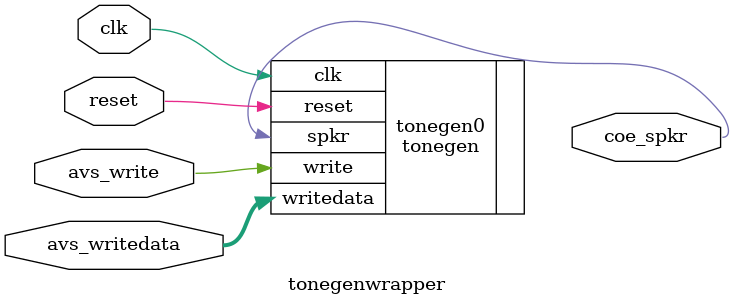
<source format=v>



module tonegenwrapper 
  #( parameter fclk = 50000000 ) 
   (
    input  wire        avs_write,     // avalon_slave.write
    input  wire [31:0] avs_writedata, //             .writedata
    input  wire        clk,       //   clock_sink.clk
    input  wire        reset,     //   reset_sink.reset
    output wire        coe_spkr       //  conduit_end.spkr
    );

   tonegen #( fclk ) tonegen0    // fclk is clock frequency, Hz          
   ( 
     .writedata(avs_writedata),     // Avalon MM bus, data
     .write(avs_write),             // " write strobe
     .spkr(coe_spkr),               // on/off output for audio 
     .reset(reset), .clk(clk) ) ;

endmodule

</source>
